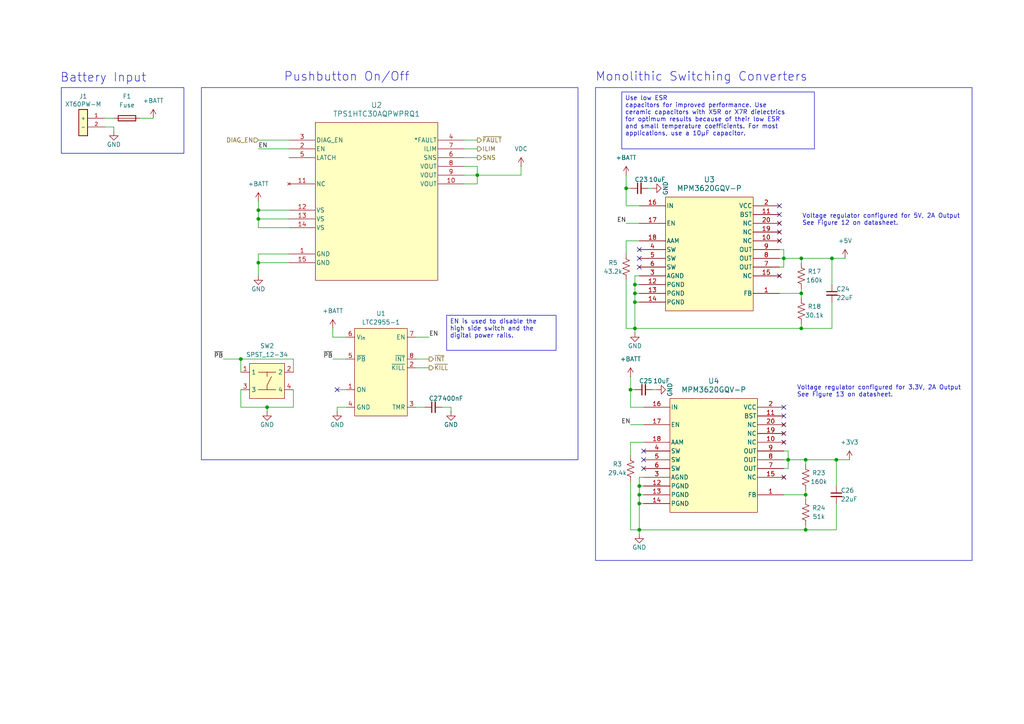
<source format=kicad_sch>
(kicad_sch (version 20231120) (generator "eeschema") (generator_version "8.0")
  (paper "A4")
  (lib_symbols
    (symbol "AT-Switches:SPST_12-34"
      (property "Reference" "SW" (at 0 6.35 0))
      (property "Value" "SPST_12-34" (at 0 -6.35 0))
      (symbol "SPST_12-34_0_1"
        (rectangle (start -5.08 5.08) (end 5.08 -5.08) (fill (type background)))
        (polyline (pts (xy -2.54 -2.54) (xy 2.54 -2.54)))
        (polyline (pts (xy 0 -2.54) (xy 0 -1.27)))
        (polyline (pts (xy 0 -1.27) (xy 1.27 1.27)))
        (polyline (pts (xy 0 2.54) (xy 0 1.27)))
        (polyline (pts (xy 2.54 2.54) (xy -2.54 2.54)))
      )
      (symbol "SPST_12-34_1_1"
        (pin passive line (at -7.62 2.54 0) (length 2.54) (name "1") (number "1"))
        (pin passive line (at 7.62 2.54 180) (length 2.54) (name "2") (number "2"))
        (pin passive line (at -7.62 -2.54 0) (length 2.54) (name "3") (number "3"))
        (pin passive line (at 7.62 -2.54 180) (length 2.54) (name "4") (number "4"))
      )
    )
    (symbol "Device:C_Small" (pin_numbers hide) (pin_names (offset 0.254) hide)
      (property "Reference" "C" (at 0.254 1.778 0))
      (property "Value" "C_Small" (at 0.254 -2.032 0))
      (symbol "C_Small_0_1"
        (polyline (pts (xy -1.524 -0.508) (xy 1.524 -0.508)) (stroke (width 0.3302)))
        (polyline (pts (xy -1.524 0.508) (xy 1.524 0.508)) (stroke (width 0.3048)))
      )
      (symbol "C_Small_1_1"
        (pin passive line (at 0 2.54 270) (length 2.032) (name "~") (number "1"))
        (pin passive line (at 0 -2.54 90) (length 2.032) (name "~") (number "2"))
      )
    )
    (symbol "Device:Fuse" (pin_numbers hide) (pin_names (offset 0))
      (property "Reference" "F" (at 2.032 0 90))
      (property "Value" "Fuse" (at -1.905 0 90))
      (symbol "Fuse_0_1"
        (rectangle (start -0.762 -2.54) (end 0.762 2.54) (stroke (width 0.254)))
        (polyline (pts (xy 0 2.54) (xy 0 -2.54)))
      )
      (symbol "Fuse_1_1"
        (pin passive line (at 0 3.81 270) (length 1.27) (name "~") (number "1"))
        (pin passive line (at 0 -3.81 90) (length 1.27) (name "~") (number "2"))
      )
    )
    (symbol "Device:R_US" (pin_numbers hide) (pin_names (offset 0))
      (property "Reference" "R" (at 2.54 0 90))
      (property "Value" "R_US" (at -2.54 0 90))
      (symbol "R_US_0_1"
        (polyline (pts (xy 0 -2.286) (xy 0 -2.54)))
        (polyline (pts (xy 0 2.286) (xy 0 2.54)))
        (polyline (pts (xy 0 -0.762) (xy 1.016 -1.143) (xy 0 -1.524) (xy -1.016 -1.905) (xy 0 -2.286)))
        (polyline (pts (xy 0 0.762) (xy 1.016 0.381) (xy 0 0) (xy -1.016 -0.381) (xy 0 -0.762)))
        (polyline (pts (xy 0 2.286) (xy 1.016 1.905) (xy 0 1.524) (xy -1.016 1.143) (xy 0 0.762)))
      )
      (symbol "R_US_1_1"
        (pin passive line (at 0 3.81 270) (length 1.27) (name "~") (number "1"))
        (pin passive line (at 0 -3.81 90) (length 1.27) (name "~") (number "2"))
      )
    )
    (symbol "RoboJackets-Connectors:XT60PW-M"
      (property "Reference" "J" (at -0.762 5.588 0))
      (property "Value" "XT60PW-M" (at -5.08 -5.0923 0))
      (symbol "XT60PW-M_0_0"
        (rectangle (start 1.27 -2.54) (end -1.27 5.08) (stroke (width 0.254)) (fill (type background)))
      )
      (symbol "XT60PW-M_1_0"
        (pin power_in line (at 6.35 2.54 180) (length 5.08) (name "+") (number "1"))
        (pin power_in line (at 6.35 0 180) (length 5.08) (name "-") (number "2"))
      )
    )
    (symbol "RoboJackets-IC:TPS1HTC30AQPWPRQ1" (pin_names (offset 0.254))
      (property "Reference" "U" (at 25.4 10.16 0))
      (property "Value" "TPS1HTC30AQPWPRQ1" (at 25.4 7.62 0))
      (symbol "TPS1HTC30AQPWPRQ1_0_1"
        (rectangle (start 7.62 5.08) (end 43.18 -40.64) (fill (type background)))
        (pin power_out line (at 0 -33.02 0) (length 7.62) (name "GND") (number "1"))
        (pin power_in line (at 50.8 -12.7 180) (length 7.62) (name "VOUT") (number "10"))
        (pin no_connect line (at 0 -12.7 0) (length 7.62) (name "NC") (number "11"))
        (pin power_in line (at 0 -20.32 0) (length 7.62) (name "VS") (number "12"))
        (pin power_in line (at 0 -22.86 0) (length 7.62) (name "VS") (number "13"))
        (pin power_in line (at 0 -25.4 0) (length 7.62) (name "VS") (number "14"))
        (pin power_out line (at 0 -35.56 0) (length 7.62) (name "GND") (number "15"))
        (pin input line (at 0 -2.54 0) (length 7.62) (name "EN") (number "2"))
        (pin input line (at 0 0 0) (length 7.62) (name "DIAG_EN") (number "3"))
        (pin output line (at 50.8 0 180) (length 7.62) (name "*FAULT") (number "4"))
        (pin input line (at 0 -5.08 0) (length 7.62) (name "LATCH") (number "5"))
        (pin output line (at 50.8 -5.08 180) (length 7.62) (name "SNS") (number "6"))
        (pin output line (at 50.8 -2.54 180) (length 7.62) (name "ILIM") (number "7"))
        (pin power_in line (at 50.8 -7.62 180) (length 7.62) (name "VOUT") (number "8"))
        (pin power_in line (at 50.8 -10.16 180) (length 7.62) (name "VOUT") (number "9"))
      )
    )
    (symbol "RoboJackets-Power:LTC2955-1"
      (property "Reference" "U" (at 0 -13.97 0))
      (property "Value" "LTC2955-1" (at 0 13.97 0))
      (symbol "LTC2955-1_1_1"
        (rectangle (start -7.62 12.7) (end 7.62 -12.7) (fill (type background)))
        (pin input line (at -10.16 -5.08 0) (length 2.54) (name "ON") (number "1"))
        (pin input line (at 10.16 1.27 180) (length 2.54) (name "~{KILL}") (number "2"))
        (pin bidirectional line (at 10.16 -10.16 180) (length 2.54) (name "TMR") (number "3"))
        (pin power_in line (at -10.16 -10.16 0) (length 2.54) (name "GND") (number "4"))
        (pin input line (at -10.16 3.81 0) (length 2.54) (name "~{PB}") (number "5"))
        (pin power_in line (at -10.16 10.16 0) (length 2.54) (name "V_{in}") (number "6"))
        (pin power_out line (at 10.16 10.16 180) (length 2.54) (name "EN") (number "7"))
        (pin output line (at 10.16 3.81 180) (length 2.54) (name "~{INT}") (number "8"))
      )
    )
    (symbol "RoboJackets-Power:MPM3620GQV-P" (pin_names (offset 0.254))
      (property "Reference" "U" (at 20.32 10.16 0))
      (property "Value" "MPM3620GQV-P" (at 20.32 7.62 0))
      (symbol "MPM3620GQV-P_1_1"
        (rectangle (start 7.62 5.08) (end 33.02 -27.94) (fill (type background)))
        (pin unspecified line (at 40.64 -22.86 180) (length 7.62) (name "FB") (number "1"))
        (pin no_connect line (at 40.64 -7.62 180) (length 7.62) (name "NC") (number "10"))
        (pin unspecified line (at 40.64 0 180) (length 7.62) (name "BST") (number "11"))
        (pin power_out line (at 0 -20.32 0) (length 7.62) (name "PGND") (number "12"))
        (pin power_out line (at 0 -22.86 0) (length 7.62) (name "PGND") (number "13"))
        (pin power_out line (at 0 -25.4 0) (length 7.62) (name "PGND") (number "14"))
        (pin no_connect line (at 40.64 -17.78 180) (length 7.62) (name "NC") (number "15"))
        (pin power_in line (at 0 2.54 0) (length 7.62) (name "IN") (number "16"))
        (pin unspecified line (at 0 -2.54 0) (length 7.62) (name "EN") (number "17"))
        (pin unspecified line (at 0 -7.62 0) (length 7.62) (name "AAM") (number "18"))
        (pin no_connect line (at 40.64 -5.08 180) (length 7.62) (name "NC") (number "19"))
        (pin power_in line (at 40.64 2.54 180) (length 7.62) (name "VCC") (number "2"))
        (pin no_connect line (at 40.64 -2.54 180) (length 7.62) (name "NC") (number "20"))
        (pin power_out line (at 0 -17.78 0) (length 7.62) (name "AGND") (number "3"))
        (pin output line (at 0 -10.16 0) (length 7.62) (name "SW") (number "4"))
        (pin output line (at 0 -12.7 0) (length 7.62) (name "SW") (number "5"))
        (pin output line (at 0 -15.24 0) (length 7.62) (name "SW") (number "6"))
        (pin output line (at 40.64 -15.24 180) (length 7.62) (name "OUT") (number "7"))
        (pin output line (at 40.64 -12.7 180) (length 7.62) (name "OUT") (number "8"))
        (pin output line (at 40.64 -10.16 180) (length 7.62) (name "OUT") (number "9"))
      )
    )
    (symbol "power:+3V3" (power) (pin_numbers hide) (pin_names (offset 0) hide)
      (property "Value" "+3V3" (at 0 3.556 0))
      (symbol "+3V3_0_1"
        (polyline (pts (xy -0.762 1.27) (xy 0 2.54)))
        (polyline (pts (xy 0 0) (xy 0 2.54)))
        (polyline (pts (xy 0 2.54) (xy 0.762 1.27)))
      )
      (symbol "+3V3_1_1"
        (pin power_in line (at 0 0 90) (length 0) (name "~") (number "1"))
      )
    )
    (symbol "power:+5V" (power) (pin_numbers hide) (pin_names (offset 0) hide)
      (property "Value" "+5V" (at 0 3.556 0))
      (symbol "+5V_0_1"
        (polyline (pts (xy -0.762 1.27) (xy 0 2.54)))
        (polyline (pts (xy 0 0) (xy 0 2.54)))
        (polyline (pts (xy 0 2.54) (xy 0.762 1.27)))
      )
      (symbol "+5V_1_1"
        (pin power_in line (at 0 0 90) (length 0) (name "~") (number "1"))
      )
    )
    (symbol "power:+BATT" (power) (pin_numbers hide) (pin_names (offset 0) hide)
      (property "Value" "+BATT" (at 0 3.556 0))
      (symbol "+BATT_0_1"
        (polyline (pts (xy -0.762 1.27) (xy 0 2.54)))
        (polyline (pts (xy 0 0) (xy 0 2.54)))
        (polyline (pts (xy 0 2.54) (xy 0.762 1.27)))
      )
      (symbol "+BATT_1_1"
        (pin power_in line (at 0 0 90) (length 0) (name "~") (number "1"))
      )
    )
    (symbol "power:GND" (power) (pin_numbers hide) (pin_names (offset 0) hide)
      (property "Value" "GND" (at 0 -3.81 0))
      (symbol "GND_0_1"
        (polyline (pts (xy 0 0) (xy 0 -1.27) (xy 1.27 -1.27) (xy 0 -2.54) (xy -1.27 -1.27) (xy 0 -1.27)))
      )
      (symbol "GND_1_1"
        (pin power_in line (at 0 0 270) (length 0) (name "~") (number "1"))
      )
    )
    (symbol "power:VDC" (power) (pin_numbers hide) (pin_names (offset 0) hide)
      (property "Value" "VDC" (at 0 3.556 0))
      (symbol "VDC_0_1"
        (polyline (pts (xy -0.762 1.27) (xy 0 2.54)))
        (polyline (pts (xy 0 0) (xy 0 2.54)))
        (polyline (pts (xy 0 2.54) (xy 0.762 1.27)))
      )
      (symbol "VDC_1_1"
        (pin power_in line (at 0 0 90) (length 0) (name "~") (number "1"))
      )
    )
  )
  (junction (at 184.15 85.09))
  (junction (at 228.6 133.35))
  (junction (at 74.93 63.5))
  (junction (at 184.15 95.25))
  (junction (at 74.93 76.2))
  (junction (at 185.42 143.51))
  (junction (at 185.42 153.67))
  (junction (at 182.88 113.03))
  (junction (at 185.42 146.05))
  (junction (at 77.47 118.11))
  (junction (at 233.68 153.67))
  (junction (at 181.61 54.61))
  (junction (at 184.15 82.55))
  (junction (at 138.43 50.8))
  (junction (at 233.68 133.35))
  (junction (at 69.85 104.14))
  (junction (at 185.42 140.97))
  (junction (at 184.15 87.63))
  (junction (at 232.41 74.93))
  (junction (at 233.68 143.51))
  (junction (at 227.33 74.93))
  (junction (at 74.93 60.96))
  (junction (at 241.3 74.93))
  (junction (at 232.41 85.09))
  (junction (at 242.57 133.35))
  (junction (at 232.41 95.25))
  (no_connect (at 97.79 113.03))
  (no_connect (at 226.06 64.77))
  (no_connect (at 227.33 125.73))
  (no_connect (at 226.06 62.23))
  (no_connect (at 186.69 133.35))
  (no_connect (at 186.69 130.81))
  (no_connect (at 227.33 128.27))
  (no_connect (at 186.69 135.89))
  (no_connect (at 226.06 80.01))
  (no_connect (at 227.33 118.11))
  (no_connect (at 226.06 67.31))
  (no_connect (at 185.42 74.93))
  (no_connect (at 227.33 138.43))
  (no_connect (at 227.33 123.19))
  (no_connect (at 226.06 69.85))
  (no_connect (at 226.06 59.69))
  (no_connect (at 185.42 77.47))
  (no_connect (at 227.33 120.65))
  (no_connect (at 185.42 72.39))
  (wire (pts (xy 246.38 133.35) (xy 242.57 133.35)))
  (wire (pts (xy 184.15 85.09) (xy 185.42 85.09)))
  (wire (pts (xy 134.62 40.64) (xy 138.43 40.64)))
  (wire (pts (xy 233.68 143.51) (xy 233.68 144.78)))
  (wire (pts (xy 181.61 81.28) (xy 181.61 95.25)))
  (wire (pts (xy 232.41 93.98) (xy 232.41 95.25)))
  (wire (pts (xy 184.15 82.55) (xy 184.15 85.09)))
  (wire (pts (xy 233.68 152.4) (xy 233.68 153.67)))
  (wire (pts (xy 185.42 138.43) (xy 185.42 140.97)))
  (wire (pts (xy 69.85 113.03) (xy 69.85 118.11)))
  (wire (pts (xy 74.93 43.18) (xy 83.82 43.18)))
  (wire (pts (xy 232.41 74.93) (xy 232.41 76.2)))
  (wire (pts (xy 138.43 50.8) (xy 138.43 53.34)))
  (wire (pts (xy 228.6 133.35) (xy 227.33 133.35)))
  (wire (pts (xy 77.47 118.11) (xy 77.47 119.38)))
  (wire (pts (xy 74.93 40.64) (xy 83.82 40.64)))
  (wire (pts (xy 33.02 36.83) (xy 33.02 38.1)))
  (wire (pts (xy 74.93 73.66) (xy 74.93 76.2)))
  (wire (pts (xy 233.68 153.67) (xy 242.57 153.67)))
  (wire (pts (xy 228.6 133.35) (xy 233.68 133.35)))
  (wire (pts (xy 185.42 153.67) (xy 233.68 153.67)))
  (wire (pts (xy 138.43 48.26) (xy 138.43 50.8)))
  (wire (pts (xy 120.65 106.68) (xy 124.46 106.68)))
  (wire (pts (xy 128.27 118.11) (xy 130.81 118.11)))
  (wire (pts (xy 186.69 118.11) (xy 182.88 118.11)))
  (wire (pts (xy 226.06 72.39) (xy 227.33 72.39)))
  (wire (pts (xy 184.15 95.25) (xy 232.41 95.25)))
  (wire (pts (xy 138.43 50.8) (xy 151.13 50.8)))
  (wire (pts (xy 181.61 50.8) (xy 181.61 54.61)))
  (wire (pts (xy 227.33 143.51) (xy 233.68 143.51)))
  (wire (pts (xy 181.61 54.61) (xy 181.61 59.69)))
  (wire (pts (xy 134.62 53.34) (xy 138.43 53.34)))
  (wire (pts (xy 227.33 74.93) (xy 226.06 74.93)))
  (wire (pts (xy 185.42 80.01) (xy 184.15 80.01)))
  (wire (pts (xy 185.42 82.55) (xy 184.15 82.55)))
  (wire (pts (xy 182.88 123.19) (xy 186.69 123.19)))
  (wire (pts (xy 186.69 146.05) (xy 185.42 146.05)))
  (wire (pts (xy 242.57 133.35) (xy 242.57 140.97)))
  (wire (pts (xy 241.3 74.93) (xy 241.3 82.55)))
  (wire (pts (xy 182.88 113.03) (xy 182.88 118.11)))
  (wire (pts (xy 120.65 97.79) (xy 124.46 97.79)))
  (wire (pts (xy 74.93 76.2) (xy 83.82 76.2)))
  (wire (pts (xy 184.15 113.03) (xy 182.88 113.03)))
  (wire (pts (xy 185.42 69.85) (xy 181.61 69.85)))
  (wire (pts (xy 189.23 54.61) (xy 187.96 54.61)))
  (wire (pts (xy 182.88 54.61) (xy 181.61 54.61)))
  (wire (pts (xy 227.33 72.39) (xy 227.33 74.93)))
  (wire (pts (xy 100.33 118.11) (xy 97.79 118.11)))
  (wire (pts (xy 74.93 63.5) (xy 83.82 63.5)))
  (wire (pts (xy 185.42 140.97) (xy 185.42 143.51)))
  (wire (pts (xy 241.3 87.63) (xy 241.3 95.25)))
  (wire (pts (xy 184.15 80.01) (xy 184.15 82.55)))
  (wire (pts (xy 185.42 146.05) (xy 185.42 153.67)))
  (wire (pts (xy 241.3 74.93) (xy 245.11 74.93)))
  (wire (pts (xy 185.42 87.63) (xy 184.15 87.63)))
  (wire (pts (xy 226.06 85.09) (xy 232.41 85.09)))
  (wire (pts (xy 134.62 43.18) (xy 138.43 43.18)))
  (wire (pts (xy 96.52 97.79) (xy 100.33 97.79)))
  (wire (pts (xy 184.15 96.52) (xy 184.15 95.25)))
  (wire (pts (xy 186.69 138.43) (xy 185.42 138.43)))
  (wire (pts (xy 185.42 143.51) (xy 186.69 143.51)))
  (wire (pts (xy 185.42 59.69) (xy 181.61 59.69)))
  (wire (pts (xy 184.15 87.63) (xy 184.15 85.09)))
  (wire (pts (xy 226.06 77.47) (xy 227.33 77.47)))
  (wire (pts (xy 40.64 34.29) (xy 44.45 34.29)))
  (wire (pts (xy 64.77 104.14) (xy 69.85 104.14)))
  (wire (pts (xy 182.88 109.22) (xy 182.88 113.03)))
  (wire (pts (xy 30.48 34.29) (xy 33.02 34.29)))
  (wire (pts (xy 185.42 154.94) (xy 185.42 153.67)))
  (wire (pts (xy 120.65 104.14) (xy 124.46 104.14)))
  (wire (pts (xy 134.62 48.26) (xy 138.43 48.26)))
  (wire (pts (xy 69.85 118.11) (xy 77.47 118.11)))
  (wire (pts (xy 184.15 87.63) (xy 184.15 95.25)))
  (wire (pts (xy 232.41 83.82) (xy 232.41 85.09)))
  (wire (pts (xy 30.48 36.83) (xy 33.02 36.83)))
  (wire (pts (xy 97.79 118.11) (xy 97.79 119.38)))
  (wire (pts (xy 120.65 118.11) (xy 123.19 118.11)))
  (wire (pts (xy 227.33 135.89) (xy 228.6 135.89)))
  (wire (pts (xy 182.88 153.67) (xy 185.42 153.67)))
  (wire (pts (xy 186.69 140.97) (xy 185.42 140.97)))
  (wire (pts (xy 151.13 48.26) (xy 151.13 50.8)))
  (wire (pts (xy 233.68 142.24) (xy 233.68 143.51)))
  (wire (pts (xy 74.93 76.2) (xy 74.93 80.01)))
  (wire (pts (xy 130.81 118.11) (xy 130.81 119.38)))
  (wire (pts (xy 85.09 113.03) (xy 85.09 118.11)))
  (wire (pts (xy 242.57 146.05) (xy 242.57 153.67)))
  (wire (pts (xy 182.88 128.27) (xy 182.88 132.08)))
  (wire (pts (xy 232.41 85.09) (xy 232.41 86.36)))
  (wire (pts (xy 74.93 58.42) (xy 74.93 60.96)))
  (wire (pts (xy 181.61 69.85) (xy 181.61 73.66)))
  (wire (pts (xy 232.41 95.25) (xy 241.3 95.25)))
  (wire (pts (xy 74.93 73.66) (xy 83.82 73.66)))
  (wire (pts (xy 227.33 74.93) (xy 232.41 74.93)))
  (wire (pts (xy 233.68 133.35) (xy 233.68 134.62)))
  (wire (pts (xy 85.09 104.14) (xy 85.09 107.95)))
  (wire (pts (xy 241.3 74.93) (xy 232.41 74.93)))
  (wire (pts (xy 134.62 50.8) (xy 138.43 50.8)))
  (wire (pts (xy 74.93 63.5) (xy 74.93 66.04)))
  (wire (pts (xy 181.61 64.77) (xy 185.42 64.77)))
  (wire (pts (xy 134.62 45.72) (xy 138.43 45.72)))
  (wire (pts (xy 186.69 128.27) (xy 182.88 128.27)))
  (wire (pts (xy 181.61 95.25) (xy 184.15 95.25)))
  (wire (pts (xy 96.52 104.14) (xy 100.33 104.14)))
  (wire (pts (xy 74.93 66.04) (xy 83.82 66.04)))
  (wire (pts (xy 96.52 95.25) (xy 96.52 97.79)))
  (wire (pts (xy 182.88 139.7) (xy 182.88 153.67)))
  (wire (pts (xy 242.57 133.35) (xy 233.68 133.35)))
  (wire (pts (xy 69.85 107.95) (xy 69.85 104.14)))
  (wire (pts (xy 69.85 104.14) (xy 85.09 104.14)))
  (wire (pts (xy 74.93 60.96) (xy 74.93 63.5)))
  (wire (pts (xy 74.93 60.96) (xy 83.82 60.96)))
  (wire (pts (xy 228.6 130.81) (xy 228.6 133.35)))
  (wire (pts (xy 227.33 77.47) (xy 227.33 74.93)))
  (wire (pts (xy 97.79 113.03) (xy 100.33 113.03)))
  (wire (pts (xy 77.47 118.11) (xy 85.09 118.11)))
  (wire (pts (xy 227.33 130.81) (xy 228.6 130.81)))
  (wire (pts (xy 228.6 135.89) (xy 228.6 133.35)))
  (wire (pts (xy 190.5 113.03) (xy 189.23 113.03)))
  (wire (pts (xy 185.42 146.05) (xy 185.42 143.51)))
  (rectangle (start 17.78 25.4) (end 53.34 44.45))
  (rectangle (start 58.42 25.4) (end 167.64 133.35))
  (rectangle (start 172.72 25.4) (end 281.94 162.56))
  (text_box "EN is used to disable the high side switch and the digital power rails.\n" (at 129.54 91.44 0) (size 31.75 10.16) (effects (font (size 1.27 1.27)) (justify left top)))
  (text_box "Use low ESR\ncapacitors for improved performance. Use\nceramic capacitors with X5R or X7R dielectrics\nfor optimum results because of their low ESR\nand small temperature coefficients. For most\napplications, use a 10μF capacitor." (at 180.34 26.67 0) (size 55.88 16.51) (effects (font (size 1.27 1.27)) (justify left top)))
  (text "Voltage regulator configured for 3.3V, 2A Output\nSee Figure 13 on datasheet." (at 231.14 113.538 0) (effects (font (size 1.27 1.27)) (justify left)))
  (text "Battery Input" (at 29.972 22.606 0) (effects (font (size 2.54 2.54))))
  (text "Voltage regulator configured for 5V, 2A Output\nSee Figure 12 on datasheet." (at 232.664 63.754 0) (effects (font (size 1.27 1.27)) (justify left)))
  (text "Pushbutton On/Off" (at 100.584 22.352 0) (effects (font (size 2.54 2.54))))
  (text "Monolithic Switching Converters" (at 203.454 22.352 0) (effects (font (size 2.54 2.54))))
  (label "EN" (at 181.61 64.77 180))
  (label "~{PB}" (at 64.77 104.14 180))
  (label "EN" (at 74.93 43.18 0))
  (label "~{PB}" (at 96.52 104.14 180))
  (label "EN" (at 124.46 97.79 0))
  (label "EN" (at 182.88 123.19 180))
  (hierarchical_label "SNS" (shape output) (at 138.43 45.72 0))
  (hierarchical_label "~{FAULT}" (shape output) (at 138.43 40.64 0))
  (hierarchical_label "DIAG_EN" (shape input) (at 74.93 40.64 180))
  (hierarchical_label "~{INT}" (shape output) (at 124.46 104.14 0))
  (hierarchical_label "~{KILL}" (shape output) (at 124.46 106.68 0))
  (hierarchical_label "ILIM" (shape output) (at 138.43 43.18 0))
  (symbol (lib_id "power:GND") (at 74.93 80.01 0) (unit 1)
    (property "Reference" "#PWR041" (effects (hide yes)))
    (property "Value" "GND" (at 74.93 83.82 0))
    (property "Description" "Power symbol creates a global label with name \"GND\" , ground" (effects (hide yes)))
  )
  (symbol (lib_id "Device:R_US") (at 233.68 138.43 180) (unit 1)
    (property "Reference" "R23" (at 237.49 137.16 0))
    (property "Value" "160k" (at 237.49 139.7 0))
    (property "Footprint" "Resistor_SMD:R_0603_1608Metric" (effects (hide yes)))
    (property "Description" "Resistor, US symbol" (effects (hide yes)))
  )
  (symbol (lib_id "power:GND") (at 190.5 113.03 90) (unit 1)
    (property "Reference" "#PWR019" (effects (hide yes)))
    (property "Value" "GND" (at 194.31 113.03 0))
    (property "Description" "Power symbol creates a global label with name \"GND\" , ground" (effects (hide yes)))
  )
  (symbol (lib_id "Device:C_Small") (at 125.73 118.11 90) (unit 1)
    (property "Reference" "C27" (at 128.27 115.57 90) (effects (justify left)))
    (property "Value" "400nF" (at 134.366 115.57 90) (effects (justify left)))
    (property "Footprint" "Capacitor_SMD:C_1206_3216Metric" (effects (hide yes)))
    (property "Description" "Unpolarized capacitor, small symbol" (effects (hide yes)))
  )
  (symbol (lib_id "Device:R_US") (at 232.41 80.01 180) (unit 1)
    (property "Reference" "R17" (at 236.22 78.74 0))
    (property "Value" "160k" (at 236.22 81.28 0))
    (property "Footprint" "Resistor_SMD:R_0603_1608Metric" (effects (hide yes)))
    (property "Description" "Resistor, US symbol" (effects (hide yes)))
  )
  (symbol (lib_id "power:GND") (at 189.23 54.61 90) (unit 1)
    (property "Reference" "#PWR033" (effects (hide yes)))
    (property "Value" "GND" (at 193.04 54.61 0))
    (property "Description" "Power symbol creates a global label with name \"GND\" , ground" (effects (hide yes)))
  )
  (symbol (lib_id "power:+BATT") (at 182.88 109.22 0) (unit 1)
    (property "Reference" "#PWR040" (effects (hide yes)))
    (property "Value" "+BATT" (at 182.88 104.14 0))
    (property "Description" "Power symbol creates a global label with name \"+BATT\"" (effects (hide yes)))
  )
  (symbol (lib_id "power:+BATT") (at 74.93 58.42 0) (unit 1)
    (property "Reference" "#PWR042" (effects (hide yes)))
    (property "Value" "+BATT" (at 74.93 53.34 0))
    (property "Description" "Power symbol creates a global label with name \"+BATT\"" (effects (hide yes)))
  )
  (symbol (lib_id "Device:Fuse") (at 36.83 34.29 90) (unit 1)
    (property "Reference" "F1" (at 36.83 27.94 90))
    (property "Value" "Fuse" (at 36.83 30.48 90))
    (property "Description" "Fuse" (effects (hide yes)))
  )
  (symbol (lib_id "AT-Switches:SPST_12-34") (at 77.47 110.49 0) (unit 1)
    (property "Reference" "SW2" (at 77.47 100.33 0))
    (property "Value" "SPST_12-34" (at 77.47 102.87 0))
  )
  (symbol (lib_id "power:+BATT") (at 181.61 50.8 0) (unit 1)
    (property "Reference" "#PWR039" (effects (hide yes)))
    (property "Value" "+BATT" (at 181.61 45.72 0))
    (property "Description" "Power symbol creates a global label with name \"+BATT\"" (effects (hide yes)))
  )
  (symbol (lib_id "power:+3V3") (at 246.38 133.35 0) (unit 1)
    (property "Reference" "#PWR047" (effects (hide yes)))
    (property "Value" "+3V3" (at 246.38 128.27 0))
    (property "Description" "Power symbol creates a global label with name \"+3V3\"" (effects (hide yes)))
  )
  (symbol (lib_id "RoboJackets-Power:MPM3620GQV-P") (at 185.42 62.23 0) (unit 1)
    (property "Reference" "U3" (at 205.74 52.07 0) (effects (font (size 1.524 1.524))))
    (property "Value" "MPM3620GQV-P" (at 205.74 54.61 0) (effects (font (size 1.524 1.524))))
    (property "Footprint" "QFN3p0x5p0x1p6_MPM3620_MNP" (effects (hide yes)))
    (property "Datasheet" "https://www.digikey.com/en/htmldatasheets/production/1785101/0/0/1/mpm3620-datasheet" (effects (hide yes)))
    (property "Description" "DC DC CONVERTER 0.8-18.48V" (effects (hide yes)))
  )
  (symbol (lib_id "power:+BATT") (at 44.45 34.29 0) (unit 1)
    (property "Reference" "#PWR044" (effects (hide yes)))
    (property "Value" "+BATT" (at 44.45 29.21 0))
    (property "Description" "Power symbol creates a global label with name \"+BATT\"" (effects (hide yes)))
  )
  (symbol (lib_id "Device:C_Small") (at 185.42 54.61 90) (unit 1)
    (property "Reference" "C23" (at 187.96 52.07 90) (effects (justify left)))
    (property "Value" "10uF" (at 193.04 52.07 90) (effects (justify left)))
    (property "Footprint" "Capacitor_SMD:C_1206_3216Metric" (effects (hide yes)))
    (property "Description" "Unpolarized capacitor, small symbol" (effects (hide yes)))
  )
  (symbol (lib_id "power:GND") (at 184.15 96.52 0) (unit 1)
    (property "Reference" "#PWR032" (effects (hide yes)))
    (property "Value" "GND" (at 184.15 100.33 0))
    (property "Description" "Power symbol creates a global label with name \"GND\" , ground" (effects (hide yes)))
  )
  (symbol (lib_id "power:VDC") (at 151.13 48.26 0) (unit 1)
    (property "Reference" "#PWR045" (effects (hide yes)))
    (property "Value" "VDC" (at 151.13 43.18 0))
    (property "Description" "Power symbol creates a global label with name \"VDC\"" (effects (hide yes)))
  )
  (symbol (lib_id "power:GND") (at 33.02 38.1 0) (unit 1)
    (property "Reference" "#PWR034" (effects (hide yes)))
    (property "Value" "GND" (at 33.02 41.91 0))
    (property "Description" "Power symbol creates a global label with name \"GND\" , ground" (effects (hide yes)))
  )
  (symbol (lib_id "RoboJackets-Power:LTC2955-1") (at 110.49 107.95 0) (unit 1)
    (property "Reference" "U1" (at 110.49 90.932 0))
    (property "Value" "LTC2955-1" (at 110.49 93.472 0))
    (property "Datasheet" "https://www.analog.com/media/en/technical-documentation/data-sheets/2955fa.pdf" (effects (hide yes)))
    (property "Description" "micropower , pushbutton on/off controller, 40V" (effects (hide yes)))
  )
  (symbol (lib_id "RoboJackets-IC:TPS1HTC30AQPWPRQ1") (at 83.82 40.64 0) (unit 1)
    (property "Reference" "U2" (at 109.22 30.48 0) (effects (font (size 1.524 1.524))))
    (property "Value" "TPS1HTC30AQPWPRQ1" (at 109.22 33.02 0) (effects (font (size 1.524 1.524))))
    (property "Footprint" "RoboJackets-IC:HTSSOP14_PWP_TEX" (effects (hide yes)))
    (property "Datasheet" "https://www.ti.com/lit/gpn/tps1htc30-q1" (effects (hide yes)))
    (property "Description" "Smart High-Side Switch" (effects (hide yes)))
  )
  (symbol (lib_id "Device:R_US") (at 233.68 148.59 180) (unit 1)
    (property "Reference" "R24" (at 237.49 147.32 0))
    (property "Value" "51k" (at 237.49 149.86 0))
    (property "Footprint" "Resistor_SMD:R_0603_1608Metric" (effects (hide yes)))
    (property "Description" "Resistor, US symbol" (effects (hide yes)))
  )
  (symbol (lib_id "power:GND") (at 130.81 119.38 0) (unit 1)
    (property "Reference" "#PWR037" (effects (hide yes)))
    (property "Value" "GND" (at 130.81 123.19 0))
    (property "Description" "Power symbol creates a global label with name \"GND\" , ground" (effects (hide yes)))
  )
  (symbol (lib_id "Device:R_US") (at 232.41 90.17 180) (unit 1)
    (property "Reference" "R18" (at 236.22 88.9 0))
    (property "Value" "30.1k" (at 236.22 91.44 0))
    (property "Footprint" "Resistor_SMD:R_0603_1608Metric" (effects (hide yes)))
    (property "Description" "Resistor, US symbol" (effects (hide yes)))
  )
  (symbol (lib_id "power:GND") (at 97.79 119.38 0) (unit 1)
    (property "Reference" "#PWR036" (effects (hide yes)))
    (property "Value" "GND" (at 97.79 123.19 0))
    (property "Description" "Power symbol creates a global label with name \"GND\" , ground" (effects (hide yes)))
  )
  (symbol (lib_id "Device:R_US") (at 181.61 77.47 180) (unit 1)
    (property "Reference" "R5" (at 177.8 76.2 0))
    (property "Value" "43.2k" (at 177.8 78.74 0))
    (property "Footprint" "Resistor_SMD:R_0603_1608Metric" (effects (hide yes)))
    (property "Description" "Resistor, US symbol" (effects (hide yes)))
  )
  (symbol (lib_id "Device:C_Small") (at 242.57 143.51 0) (unit 1)
    (property "Reference" "C26" (at 243.84 142.24 0) (effects (justify left)))
    (property "Value" "22uF" (at 243.84 144.78 0) (effects (justify left)))
    (property "Footprint" "Capacitor_SMD:C_1206_3216Metric" (effects (hide yes)))
    (property "Description" "Unpolarized capacitor, small symbol" (effects (hide yes)))
  )
  (symbol (lib_id "RoboJackets-Power:MPM3620GQV-P") (at 186.69 120.65 0) (unit 1)
    (property "Reference" "U4" (at 207.01 110.49 0) (effects (font (size 1.524 1.524))))
    (property "Value" "MPM3620GQV-P" (at 207.01 113.03 0) (effects (font (size 1.524 1.524))))
    (property "Footprint" "QFN3p0x5p0x1p6_MPM3620_MNP" (effects (hide yes)))
    (property "Datasheet" "https://www.digikey.com/en/htmldatasheets/production/1785101/0/0/1/mpm3620-datasheet" (effects (hide yes)))
    (property "Description" "DC DC CONVERTER 0.8-18.48V" (effects (hide yes)))
  )
  (symbol (lib_id "power:GND") (at 77.47 119.38 0) (unit 1)
    (property "Reference" "#PWR035" (effects (hide yes)))
    (property "Value" "GND" (at 77.47 123.19 0))
    (property "Description" "Power symbol creates a global label with name \"GND\" , ground" (effects (hide yes)))
  )
  (symbol (lib_id "power:+BATT") (at 96.52 95.25 0) (unit 1)
    (property "Reference" "#PWR038" (effects (hide yes)))
    (property "Value" "+BATT" (at 96.52 90.17 0))
    (property "Description" "Power symbol creates a global label with name \"+BATT\"" (effects (hide yes)))
  )
  (symbol (lib_id "Device:C_Small") (at 186.69 113.03 90) (unit 1)
    (property "Reference" "C25" (at 189.23 110.49 90) (effects (justify left)))
    (property "Value" "10uF" (at 194.31 110.49 90) (effects (justify left)))
    (property "Footprint" "Capacitor_SMD:C_1206_3216Metric" (effects (hide yes)))
    (property "Description" "Unpolarized capacitor, small symbol" (effects (hide yes)))
  )
  (symbol (lib_id "Device:C_Small") (at 241.3 85.09 0) (unit 1)
    (property "Reference" "C24" (at 242.57 83.82 0) (effects (justify left)))
    (property "Value" "22uF" (at 242.57 86.36 0) (effects (justify left)))
    (property "Footprint" "Capacitor_SMD:C_1206_3216Metric" (effects (hide yes)))
    (property "Description" "Unpolarized capacitor, small symbol" (effects (hide yes)))
  )
  (symbol (lib_id "Device:R_US") (at 182.88 135.89 180) (unit 1)
    (property "Reference" "R3" (at 179.07 134.62 0))
    (property "Value" "29.4k" (at 179.07 137.16 0))
    (property "Footprint" "Resistor_SMD:R_0603_1608Metric" (effects (hide yes)))
    (property "Description" "Resistor, US symbol" (effects (hide yes)))
  )
  (symbol (lib_id "RoboJackets-Connectors:XT60PW-M") (at 24.13 36.83 0) (unit 1)
    (property "Reference" "J1" (at 24.13 27.94 0))
    (property "Value" "XT60PW-M" (at 24.13 30.226 0))
    (property "Footprint" "XT60PW-M:AMASS_XT60PW-M" (effects (hide yes)))
    (property "Description" "Socket, DC supply, male, PIN: 2" (effects (hide yes)))
  )
  (symbol (lib_id "power:GND") (at 185.42 154.94 0) (unit 1)
    (property "Reference" "#PWR018" (effects (hide yes)))
    (property "Value" "GND" (at 185.42 158.75 0))
    (property "Description" "Power symbol creates a global label with name \"GND\" , ground" (effects (hide yes)))
  )
  (symbol (lib_id "power:+5V") (at 245.11 74.93 0) (unit 1)
    (property "Reference" "#PWR048" (effects (hide yes)))
    (property "Value" "+5V" (at 245.11 69.85 0))
    (property "Description" "Power symbol creates a global label with name \"+5V\"" (effects (hide yes)))
  )
)
</source>
